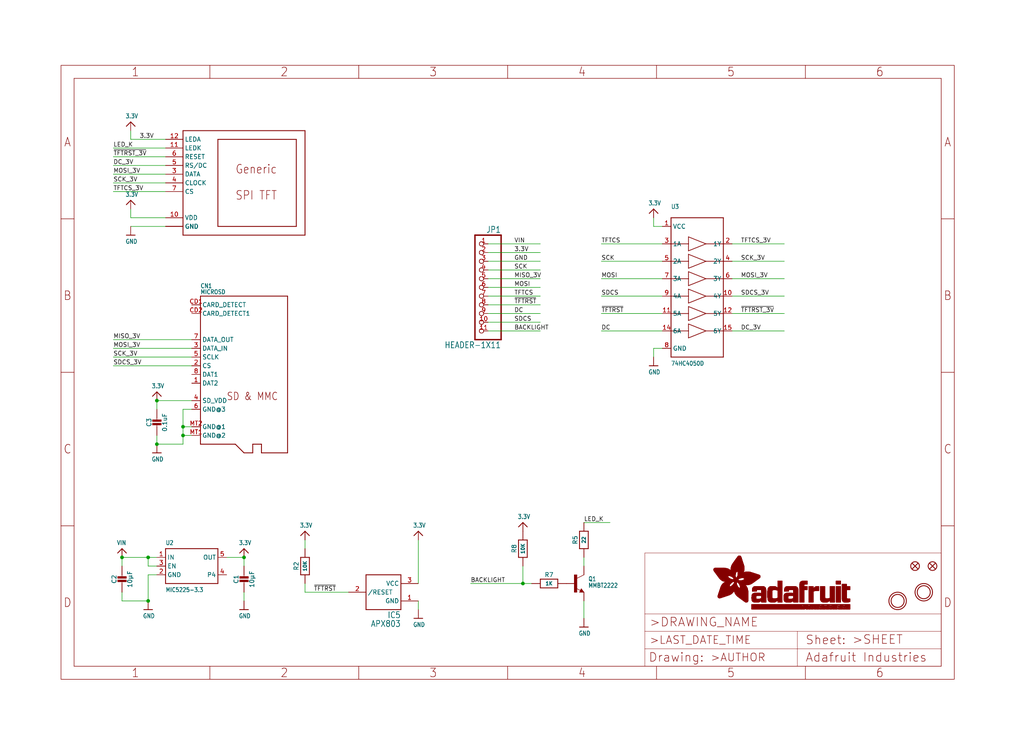
<source format=kicad_sch>
(kicad_sch (version 20211123) (generator eeschema)
  (paper "User" 298.45 217.881)
  (lib_symbols
    (symbol "schematicEagle-eagle-import:3.3V" (power)
      (property "Value" "3.3V" (at -1.524 1.016 0))
      (symbol "3.3V_1_0"
        (pin power_in line (at 0 -2.54 90) (length 2.54) (name "3.3V") (number "1"))
      )
    )
    (symbol "schematicEagle-eagle-import:74HC4050D"
      (property "Reference" "U" (at -7.62 22.86 0))
      (property "Value" "74HC4050D" (at -7.62 -22.86 0))
      (symbol "74HC4050D_1_0"
        (pin bidirectional line (at -10.16 17.78 0) (length 2.54) (name "VCC") (number "1"))
        (pin bidirectional line (at 10.16 -2.54 180) (length 2.54) (name "4Y") (number "10"))
        (pin bidirectional line (at -10.16 -7.62 0) (length 2.54) (name "5A") (number "11"))
        (pin bidirectional line (at 10.16 -7.62 180) (length 2.54) (name "5Y") (number "12"))
        (pin bidirectional line (at -10.16 -12.7 0) (length 2.54) (name "6A") (number "14"))
        (pin bidirectional line (at 10.16 -12.7 180) (length 2.54) (name "6Y") (number "15"))
        (pin bidirectional line (at 10.16 12.7 180) (length 2.54) (name "1Y") (number "2"))
        (pin bidirectional line (at -10.16 12.7 0) (length 2.54) (name "1A") (number "3"))
        (pin bidirectional line (at 10.16 7.62 180) (length 2.54) (name "2Y") (number "4"))
        (pin bidirectional line (at -10.16 7.62 0) (length 2.54) (name "2A") (number "5"))
        (pin bidirectional line (at 10.16 2.54 180) (length 2.54) (name "3Y") (number "6"))
        (pin bidirectional line (at -10.16 2.54 0) (length 2.54) (name "3A") (number "7"))
        (pin bidirectional line (at -10.16 -17.78 0) (length 2.54) (name "GND") (number "8"))
        (pin bidirectional line (at -10.16 -2.54 0) (length 2.54) (name "4A") (number "9"))
      )
    )
    (symbol "schematicEagle-eagle-import:AXP083-SAG"
      (property "Reference" "IC" (at -5.08 -7.62 0))
      (property "Value" "AXP083-SAG" (at -5.08 -10.16 0))
      (symbol "AXP083-SAG_1_0"
        (pin power_in line (at -10.16 -2.54 0) (length 5.08) (name "GND") (number "1"))
        (pin output line (at 10.16 0 180) (length 5.08) (name "/RESET") (number "2"))
        (pin power_in line (at -10.16 2.54 0) (length 5.08) (name "VCC") (number "3"))
      )
    )
    (symbol "schematicEagle-eagle-import:CAP_CERAMIC0805-NOOUTLINE"
      (property "Reference" "C" (at -2.29 1.25 90))
      (property "Value" "CAP_CERAMIC0805-NOOUTLINE" (at 2.3 1.25 90))
      (symbol "CAP_CERAMIC0805-NOOUTLINE_1_0"
        (pin passive line (at 0 5.08 270) (length 2.54) (name "1") (number "1"))
        (pin passive line (at 0 -2.54 90) (length 2.54) (name "2") (number "2"))
      )
    )
    (symbol "schematicEagle-eagle-import:DISP_LCD_GENERIC_SPI_1.14IN_240X135_WRAPUNDER"
      (symbol "DISP_LCD_GENERIC_SPI_1.14IN_240X135_WRAPUNDER_1_0"
        (text "Generic" (at -5.08 2.54 0) (effects (font (size 2.54 2.159)) (justify left bottom)))
        (text "SPI TFT" (at -5.08 -5.08 0) (effects (font (size 2.54 2.159)) (justify left bottom)))
        (pin power_in line (at -25.4 -10.16 0) (length 5.08) (name "VDD") (number "10"))
        (pin input line (at -25.4 10.16 0) (length 5.08) (name "LEDK") (number "11"))
        (pin input line (at -25.4 12.7 0) (length 5.08) (name "LEDA") (number "12"))
        (pin power_in line (at -25.4 -12.7 0) (length 5.08) (name "GND") (number "13"))
        (pin bidirectional line (at -25.4 2.54 0) (length 5.08) (name "DATA") (number "3"))
        (pin input line (at -25.4 0 0) (length 5.08) (name "CLOCK") (number "4"))
        (pin input line (at -25.4 5.08 0) (length 5.08) (name "RS/DC") (number "5"))
        (pin input line (at -25.4 7.62 0) (length 5.08) (name "RESET") (number "6"))
        (pin input line (at -25.4 -2.54 0) (length 5.08) (name "CS") (number "7"))
        (pin power_in line (at -25.4 -12.7 0) (length 5.08) (name "GND") (number "8"))
      )
    )
    (symbol "schematicEagle-eagle-import:FIDUCIAL_1MM")
    (symbol "schematicEagle-eagle-import:FRAME_A4_ADAFRUIT"
      (symbol "FRAME_A4_ADAFRUIT_0_0"
        (text "1" (at 21.6958 1.905 0) (effects (font (size 2.54 2.286))))
        (text "1" (at 21.6958 177.165 0) (effects (font (size 2.54 2.286))))
        (text "2" (at 65.0875 1.905 0) (effects (font (size 2.54 2.286))))
        (text "2" (at 65.0875 177.165 0) (effects (font (size 2.54 2.286))))
        (text "3" (at 108.4792 1.905 0) (effects (font (size 2.54 2.286))))
        (text "3" (at 108.4792 177.165 0) (effects (font (size 2.54 2.286))))
        (text "4" (at 151.8708 1.905 0) (effects (font (size 2.54 2.286))))
        (text "4" (at 151.8708 177.165 0) (effects (font (size 2.54 2.286))))
        (text "5" (at 195.2625 1.905 0) (effects (font (size 2.54 2.286))))
        (text "5" (at 195.2625 177.165 0) (effects (font (size 2.54 2.286))))
        (text "6" (at 238.6542 1.905 0) (effects (font (size 2.54 2.286))))
        (text "6" (at 238.6542 177.165 0) (effects (font (size 2.54 2.286))))
        (text "A" (at 1.905 156.6863 0) (effects (font (size 2.54 2.286))))
        (text "A" (at 258.445 156.6863 0) (effects (font (size 2.54 2.286))))
        (text "B" (at 1.905 111.9188 0) (effects (font (size 2.54 2.286))))
        (text "B" (at 258.445 111.9188 0) (effects (font (size 2.54 2.286))))
        (text "C" (at 1.905 67.1513 0) (effects (font (size 2.54 2.286))))
        (text "C" (at 258.445 67.1513 0) (effects (font (size 2.54 2.286))))
        (text "D" (at 1.905 22.3838 0) (effects (font (size 2.54 2.286))))
        (text "D" (at 258.445 22.3838 0) (effects (font (size 2.54 2.286))))
      )
      (symbol "FRAME_A4_ADAFRUIT_1_0"
        (text ">AUTHOR" (at 189.23 5.08 0) (effects (font (size 2.286 2.286)) (justify left bottom)))
        (text ">DRAWING_NAME" (at 171.45 15.24 0) (effects (font (size 2.54 2.54)) (justify left bottom)))
        (text ">LAST_DATE_TIME" (at 171.45 10.16 0) (effects (font (size 2.286 2.286)) (justify left bottom)))
        (text ">SHEET" (at 230.505 10.16 0) (effects (font (size 2.54 2.54)) (justify left bottom)))
        (text "Adafruit Industries" (at 216.916 4.953 0) (effects (font (size 2.54 2.54)) (justify left bottom)))
        (text "Drawing:" (at 171.196 4.953 0) (effects (font (size 2.54 2.54)) (justify left bottom)))
        (text "Sheet:" (at 216.916 10.033 0) (effects (font (size 2.54 2.54)) (justify left bottom)))
      )
    )
    (symbol "schematicEagle-eagle-import:GND" (power)
      (property "Value" "GND" (at -1.524 -2.54 0))
      (symbol "GND_1_0"
        (pin power_in line (at 0 2.54 270) (length 2.54) (name "GND") (number "1"))
      )
    )
    (symbol "schematicEagle-eagle-import:HEADER-1X11"
      (property "Reference" "JP" (at -6.35 15.875 0))
      (property "Value" "HEADER-1X11" (at -6.35 -17.78 0))
      (symbol "HEADER-1X11_1_0"
        (pin passive inverted (at -2.54 12.7 0) (length 2.54) (name "1") (number "1"))
        (pin passive inverted (at -2.54 -10.16 0) (length 2.54) (name "10") (number "10"))
        (pin passive inverted (at -2.54 -12.7 0) (length 2.54) (name "11") (number "11"))
        (pin passive inverted (at -2.54 10.16 0) (length 2.54) (name "2") (number "2"))
        (pin passive inverted (at -2.54 7.62 0) (length 2.54) (name "3") (number "3"))
        (pin passive inverted (at -2.54 5.08 0) (length 2.54) (name "4") (number "4"))
        (pin passive inverted (at -2.54 2.54 0) (length 2.54) (name "5") (number "5"))
        (pin passive inverted (at -2.54 0 0) (length 2.54) (name "6") (number "6"))
        (pin passive inverted (at -2.54 -2.54 0) (length 2.54) (name "7") (number "7"))
        (pin passive inverted (at -2.54 -5.08 0) (length 2.54) (name "8") (number "8"))
        (pin passive inverted (at -2.54 -7.62 0) (length 2.54) (name "9") (number "9"))
      )
    )
    (symbol "schematicEagle-eagle-import:MICROSD"
      (property "Reference" "X" (at -12.7 22.606 0))
      (property "Value" "MICROSD" (at -12.7 20.828 0))
      (symbol "MICROSD_1_0"
        (text "SD & MMC" (at -5.08 -10.16 0) (effects (font (size 2.1844 1.8567)) (justify left bottom)))
        (pin bidirectional line (at -15.24 -5.08 0) (length 2.54) (name "DAT2") (number "1"))
        (pin input line (at -15.24 0 0) (length 2.54) (name "CS") (number "2"))
        (pin input line (at -15.24 5.08 0) (length 2.54) (name "DATA_IN") (number "3"))
        (pin power_in line (at -15.24 -10.16 0) (length 2.54) (name "SD_VDD") (number "4"))
        (pin input line (at -15.24 2.54 0) (length 2.54) (name "SCLK") (number "5"))
        (pin power_in line (at -15.24 -12.7 0) (length 2.54) (name "GND@3") (number "6"))
        (pin output line (at -15.24 7.62 0) (length 2.54) (name "DATA_OUT") (number "7"))
        (pin bidirectional line (at -15.24 -2.54 0) (length 2.54) (name "DAT1") (number "8"))
        (pin passive line (at -15.24 17.78 0) (length 2.54) (name "CARD_DETECT") (number "CD1"))
        (pin passive line (at -15.24 15.24 0) (length 2.54) (name "CARD_DETECT1") (number "CD2"))
        (pin power_in line (at -15.24 -20.32 0) (length 2.54) (name "GND@2") (number "MT1"))
        (pin power_in line (at -15.24 -17.78 0) (length 2.54) (name "GND@1") (number "MT2"))
      )
    )
    (symbol "schematicEagle-eagle-import:MOUNTINGHOLE2.5")
    (symbol "schematicEagle-eagle-import:RESISTOR_0603_NOOUT"
      (property "Reference" "R" (at 0 2.54 0))
      (property "Value" "RESISTOR_0603_NOOUT" (at 0 0 0))
      (symbol "RESISTOR_0603_NOOUT_1_0"
        (pin passive line (at -5.08 0 0) (length 2.54) (name "1") (number "1"))
        (pin passive line (at 5.08 0 180) (length 2.54) (name "2") (number "2"))
      )
    )
    (symbol "schematicEagle-eagle-import:TRANSISTOR_NPNWIDE"
      (property "Reference" "Q" (at 1.27 0.635 0))
      (property "Value" "TRANSISTOR_NPNWIDE" (at 1.27 -1.27 0))
      (symbol "TRANSISTOR_NPNWIDE_1_0"
        (pin passive line (at -5.08 0 0) (length 2.54) (name "B") (number "1"))
        (pin passive line (at 0 -5.08 90) (length 2.54) (name "E") (number "2"))
        (pin passive line (at 0 5.08 270) (length 2.54) (name "C") (number "3"))
      )
    )
    (symbol "schematicEagle-eagle-import:VIN" (power)
      (property "Value" "VIN" (at -1.524 1.016 0))
      (symbol "VIN_1_0"
        (pin power_in line (at 0 -2.54 90) (length 2.54) (name "VIN") (number "1"))
      )
    )
    (symbol "schematicEagle-eagle-import:VREG_SOT23-5"
      (property "Reference" "U" (at -7.62 6.096 0))
      (property "Value" "VREG_SOT23-5" (at -7.62 -7.62 0))
      (symbol "VREG_SOT23-5_1_0"
        (pin power_in line (at -10.16 2.54 0) (length 2.54) (name "IN") (number "1"))
        (pin power_in line (at -10.16 -2.54 0) (length 2.54) (name "GND") (number "2"))
        (pin input line (at -10.16 0 0) (length 2.54) (name "EN") (number "3"))
        (pin bidirectional line (at 10.16 -2.54 180) (length 2.54) (name "P4") (number "4"))
        (pin power_in line (at 10.16 2.54 180) (length 2.54) (name "OUT") (number "5"))
      )
    )
  )
  (junction (at 71.12 162.56))
  (junction (at 53.34 127))
  (junction (at 53.34 124.46))
  (junction (at 43.18 175.26))
  (junction (at 45.72 129.54))
  (junction (at 43.18 162.56))
  (junction (at 152.4 170.18))
  (junction (at 45.72 116.84))
  (junction (at 35.56 162.56))
  (wire (pts (xy 71.12 162.56) (xy 71.12 165.1)))
  (wire (pts (xy 38.1 66.04) (xy 48.26 66.04)))
  (wire (pts (xy 152.4 165.1) (xy 152.4 170.18)))
  (wire (pts (xy 43.18 165.1) (xy 43.18 162.56)))
  (wire (pts (xy 170.18 162.56) (xy 170.18 165.1)))
  (wire (pts (xy 121.92 170.18) (xy 121.92 157.48)))
  (wire (pts (xy 45.72 165.1) (xy 43.18 165.1)))
  (wire (pts (xy 53.34 119.38) (xy 53.34 124.46)))
  (wire (pts (xy 193.04 86.36) (xy 175.26 86.36)))
  (wire (pts (xy 45.72 162.56) (xy 43.18 162.56)))
  (wire (pts (xy 193.04 76.2) (xy 175.26 76.2)))
  (wire (pts (xy 170.18 175.26) (xy 170.18 180.34)))
  (wire (pts (xy 48.26 40.64) (xy 38.1 40.64)))
  (wire (pts (xy 142.24 71.12) (xy 157.48 71.12)))
  (wire (pts (xy 55.88 124.46) (xy 53.34 124.46)))
  (wire (pts (xy 213.36 96.52) (xy 228.6 96.52)))
  (wire (pts (xy 142.24 78.74) (xy 157.48 78.74)))
  (wire (pts (xy 213.36 81.28) (xy 228.6 81.28)))
  (wire (pts (xy 55.88 119.38) (xy 53.34 119.38)))
  (wire (pts (xy 55.88 127) (xy 53.34 127)))
  (wire (pts (xy 157.48 81.28) (xy 142.24 81.28)))
  (wire (pts (xy 66.04 162.56) (xy 71.12 162.56)))
  (wire (pts (xy 101.6 172.72) (xy 88.9 172.72)))
  (wire (pts (xy 55.88 106.68) (xy 33.02 106.68)))
  (wire (pts (xy 193.04 81.28) (xy 175.26 81.28)))
  (wire (pts (xy 35.56 172.72) (xy 35.56 175.26)))
  (wire (pts (xy 142.24 73.66) (xy 157.48 73.66)))
  (wire (pts (xy 45.72 167.64) (xy 43.18 167.64)))
  (wire (pts (xy 48.26 45.72) (xy 33.02 45.72)))
  (wire (pts (xy 157.48 96.52) (xy 142.24 96.52)))
  (wire (pts (xy 177.8 152.4) (xy 170.18 152.4)))
  (wire (pts (xy 35.56 165.1) (xy 35.56 162.56)))
  (wire (pts (xy 142.24 83.82) (xy 157.48 83.82)))
  (wire (pts (xy 193.04 96.52) (xy 175.26 96.52)))
  (wire (pts (xy 121.92 175.26) (xy 121.92 177.8)))
  (wire (pts (xy 142.24 88.9) (xy 157.48 88.9)))
  (wire (pts (xy 228.6 71.12) (xy 213.36 71.12)))
  (wire (pts (xy 48.26 48.26) (xy 33.02 48.26)))
  (wire (pts (xy 38.1 40.64) (xy 38.1 38.1)))
  (wire (pts (xy 213.36 86.36) (xy 228.6 86.36)))
  (wire (pts (xy 53.34 124.46) (xy 53.34 127)))
  (wire (pts (xy 152.4 170.18) (xy 137.16 170.18)))
  (wire (pts (xy 88.9 160.02) (xy 88.9 157.48)))
  (wire (pts (xy 193.04 71.12) (xy 175.26 71.12)))
  (wire (pts (xy 193.04 91.44) (xy 175.26 91.44)))
  (wire (pts (xy 48.26 53.34) (xy 33.02 53.34)))
  (wire (pts (xy 157.48 91.44) (xy 142.24 91.44)))
  (wire (pts (xy 35.56 175.26) (xy 43.18 175.26)))
  (wire (pts (xy 45.72 116.84) (xy 45.72 119.38)))
  (wire (pts (xy 213.36 91.44) (xy 228.6 91.44)))
  (wire (pts (xy 157.48 86.36) (xy 142.24 86.36)))
  (wire (pts (xy 190.5 101.6) (xy 190.5 104.14)))
  (wire (pts (xy 43.18 167.64) (xy 43.18 175.26)))
  (wire (pts (xy 55.88 104.14) (xy 33.02 104.14)))
  (wire (pts (xy 213.36 76.2) (xy 228.6 76.2)))
  (wire (pts (xy 53.34 127) (xy 53.34 129.54)))
  (wire (pts (xy 48.26 43.18) (xy 33.02 43.18)))
  (wire (pts (xy 71.12 172.72) (xy 71.12 175.26)))
  (wire (pts (xy 154.94 170.18) (xy 152.4 170.18)))
  (wire (pts (xy 48.26 63.5) (xy 38.1 63.5)))
  (wire (pts (xy 142.24 93.98) (xy 157.48 93.98)))
  (wire (pts (xy 190.5 66.04) (xy 193.04 66.04)))
  (wire (pts (xy 45.72 127) (xy 45.72 129.54)))
  (wire (pts (xy 88.9 172.72) (xy 88.9 170.18)))
  (wire (pts (xy 190.5 63.5) (xy 190.5 66.04)))
  (wire (pts (xy 33.02 55.88) (xy 48.26 55.88)))
  (wire (pts (xy 33.02 50.8) (xy 48.26 50.8)))
  (wire (pts (xy 142.24 76.2) (xy 157.48 76.2)))
  (wire (pts (xy 53.34 129.54) (xy 45.72 129.54)))
  (wire (pts (xy 55.88 101.6) (xy 33.02 101.6)))
  (wire (pts (xy 55.88 116.84) (xy 45.72 116.84)))
  (wire (pts (xy 193.04 101.6) (xy 190.5 101.6)))
  (wire (pts (xy 55.88 99.06) (xy 33.02 99.06)))
  (wire (pts (xy 38.1 60.96) (xy 38.1 63.5)))
  (wire (pts (xy 43.18 162.56) (xy 35.56 162.56)))
  (label "MISO_3V" (at 149.86 81.28 0) (effects (font (size 1.2446 1.2446))))
  (label "DC_3V" (at 215.9 96.52 0) (effects (font (size 1.2446 1.2446))))
  (label "SDCS_3V" (at 33.02 106.68 0) (effects (font (size 1.2446 1.2446))))
  (label "SDCS" (at 149.86 93.98 0) (effects (font (size 1.2446 1.2446))))
  (label "~{TFTRST}" (at 149.86 88.9 0) (effects (font (size 1.2446 1.2446))))
  (label "DC_3V" (at 33.02 48.26 0) (effects (font (size 1.2446 1.2446))))
  (label "SDCS_3V" (at 215.9 86.36 0) (effects (font (size 1.2446 1.2446))))
  (label "SCK" (at 175.26 76.2 0) (effects (font (size 1.2446 1.2446))))
  (label "VIN" (at 149.86 71.12 0) (effects (font (size 1.2446 1.2446))))
  (label "LED_K" (at 33.02 43.18 0) (effects (font (size 1.2446 1.2446))))
  (label "TFTCS" (at 175.26 71.12 0) (effects (font (size 1.2446 1.2446))))
  (label "MOSI_3V" (at 33.02 50.8 0) (effects (font (size 1.2446 1.2446))))
  (label "LED_K" (at 170.18 152.4 0) (effects (font (size 1.2446 1.2446))))
  (label "~{TFTRST_3V}" (at 33.02 45.72 0) (effects (font (size 1.2446 1.2446))))
  (label "DC" (at 175.26 96.52 0) (effects (font (size 1.2446 1.2446))))
  (label "MOSI" (at 175.26 81.28 0) (effects (font (size 1.2446 1.2446))))
  (label "MOSI_3V" (at 33.02 101.6 0) (effects (font (size 1.2446 1.2446))))
  (label "MOSI" (at 149.86 83.82 0) (effects (font (size 1.2446 1.2446))))
  (label "BACKLIGHT" (at 149.86 96.52 0) (effects (font (size 1.2446 1.2446))))
  (label "SCK_3V" (at 33.02 53.34 0) (effects (font (size 1.2446 1.2446))))
  (label "GND" (at 149.86 76.2 0) (effects (font (size 1.2446 1.2446))))
  (label "BACKLIGHT" (at 137.16 170.18 0) (effects (font (size 1.2446 1.2446))))
  (label "SDCS" (at 175.26 86.36 0) (effects (font (size 1.2446 1.2446))))
  (label "SCK_3V" (at 215.9 76.2 0) (effects (font (size 1.2446 1.2446))))
  (label "~{TFTRST}" (at 175.26 91.44 0) (effects (font (size 1.2446 1.2446))))
  (label "TFTCS_3V" (at 215.9 71.12 0) (effects (font (size 1.2446 1.2446))))
  (label "~{TFTRST_3V}" (at 215.9 91.44 0) (effects (font (size 1.2446 1.2446))))
  (label "DC" (at 149.86 91.44 0) (effects (font (size 1.2446 1.2446))))
  (label "TFTCS" (at 149.86 86.36 0) (effects (font (size 1.2446 1.2446))))
  (label "3.3V" (at 149.86 73.66 0) (effects (font (size 1.2446 1.2446))))
  (label "SCK" (at 149.86 78.74 0) (effects (font (size 1.2446 1.2446))))
  (label "3.3V" (at 40.64 40.64 0) (effects (font (size 1.2446 1.2446))))
  (label "~{TFTRST}" (at 91.44 172.72 0) (effects (font (size 1.2446 1.2446))))
  (label "MISO_3V" (at 33.02 99.06 0) (effects (font (size 1.2446 1.2446))))
  (label "SCK_3V" (at 33.02 104.14 0) (effects (font (size 1.2446 1.2446))))
  (label "TFTCS_3V" (at 33.02 55.88 0) (effects (font (size 1.2446 1.2446))))
  (label "MOSI_3V" (at 215.9 81.28 0) (effects (font (size 1.2446 1.2446))))
  (symbol (lib_id "schematicEagle-eagle-import:3.3V") (at 88.9 154.94 0) (unit 1)
    (property "Reference" "#U$21" (effects hide))
    (property "Value" "3.3V" (at 87.376 153.924 0) (effects (font (size 1.27 1.0795)) (justify left bottom)))
    (property "Footprint" "schematicEagle:" (effects hide))
  )
  (symbol (lib_id "schematicEagle-eagle-import:DISP_LCD_GENERIC_SPI_1.14IN_240X135_WRAPUNDER") (at 73.66 53.34 0) (unit 1)
    (property "Reference" "DISP1" (effects hide))
    (property "Value" "DISP_LCD_GENERIC_SPI_1.14IN_240X135_WRAPUNDER" (effects hide))
    (property "Footprint" "schematicEagle:TFT_1.14IN_240X135_WRAPUNDER" (effects hide))
  )
  (symbol (lib_id "schematicEagle-eagle-import:3.3V") (at 71.12 160.02 0) (unit 1)
    (property "Reference" "#U$26" (effects hide))
    (property "Value" "3.3V" (at 69.596 159.004 0) (effects (font (size 1.27 1.0795)) (justify left bottom)))
    (property "Footprint" "schematicEagle:" (effects hide))
  )
  (symbol (lib_id "schematicEagle-eagle-import:FIDUCIAL_1MM") (at 271.78 165.1 0) (unit 1)
    (property "Reference" "FID1" (effects hide))
    (property "Value" "FIDUCIAL_1MM" (effects hide))
    (property "Footprint" "schematicEagle:FIDUCIAL_1MM" (effects hide))
  )
  (symbol (lib_id "schematicEagle-eagle-import:MICROSD") (at 71.12 106.68 0) (unit 1)
    (property "Reference" "CN1" (at 58.42 84.074 0) (effects (font (size 1.27 1.0795)) (justify left bottom)))
    (property "Value" "MICROSD" (at 58.42 85.852 0) (effects (font (size 1.27 1.0795)) (justify left bottom)))
    (property "Footprint" "schematicEagle:MICROSD" (effects hide))
  )
  (symbol (lib_id "schematicEagle-eagle-import:FIDUCIAL_1MM") (at 266.7 165.1 0) (unit 1)
    (property "Reference" "FID2" (effects hide))
    (property "Value" "FIDUCIAL_1MM" (effects hide))
    (property "Footprint" "schematicEagle:FIDUCIAL_1MM" (effects hide))
  )
  (symbol (lib_id "schematicEagle-eagle-import:CAP_CERAMIC0805-NOOUTLINE") (at 71.12 170.18 0) (unit 1)
    (property "Reference" "C1" (at 68.83 168.93 90))
    (property "Value" "10µF" (at 73.42 168.93 90))
    (property "Footprint" "schematicEagle:0805-NO" (effects hide))
  )
  (symbol (lib_id "schematicEagle-eagle-import:CAP_CERAMIC0805-NOOUTLINE") (at 35.56 170.18 0) (unit 1)
    (property "Reference" "C2" (at 33.27 168.93 90))
    (property "Value" "10µF" (at 37.86 168.93 90))
    (property "Footprint" "schematicEagle:0805-NO" (effects hide))
  )
  (symbol (lib_id "schematicEagle-eagle-import:74HC4050D") (at 203.2 83.82 0) (unit 1)
    (property "Reference" "U3" (at 195.58 60.96 0) (effects (font (size 1.27 1.0795)) (justify left bottom)))
    (property "Value" "74HC4050D" (at 195.58 106.68 0) (effects (font (size 1.27 1.0795)) (justify left bottom)))
    (property "Footprint" "schematicEagle:SOIC16" (effects hide))
  )
  (symbol (lib_id "schematicEagle-eagle-import:3.3V") (at 121.92 154.94 0) (unit 1)
    (property "Reference" "#U$31" (effects hide))
    (property "Value" "3.3V" (at 120.396 153.924 0) (effects (font (size 1.27 1.0795)) (justify left bottom)))
    (property "Footprint" "schematicEagle:" (effects hide))
  )
  (symbol (lib_id "schematicEagle-eagle-import:CAP_CERAMIC0805-NOOUTLINE") (at 45.72 124.46 0) (unit 1)
    (property "Reference" "C3" (at 43.43 123.21 90))
    (property "Value" "0.1uF" (at 48.02 123.21 90))
    (property "Footprint" "schematicEagle:0805-NO" (effects hide))
  )
  (symbol (lib_id "schematicEagle-eagle-import:RESISTOR_0603_NOOUT") (at 152.4 160.02 90) (unit 1)
    (property "Reference" "R8" (at 149.86 160.02 0))
    (property "Value" "10K" (at 152.4 160.02 0) (effects (font (size 1.016 1.016) bold)))
    (property "Footprint" "schematicEagle:0603-NO" (effects hide))
  )
  (symbol (lib_id "schematicEagle-eagle-import:TRANSISTOR_NPNWIDE") (at 170.18 170.18 0) (unit 1)
    (property "Reference" "Q1" (at 171.45 169.545 0) (effects (font (size 1.27 1.0795)) (justify left bottom)))
    (property "Value" "MMBT2222" (at 171.45 171.45 0) (effects (font (size 1.27 1.0795)) (justify left bottom)))
    (property "Footprint" "schematicEagle:SOT23-WIDE" (effects hide))
  )
  (symbol (lib_id "schematicEagle-eagle-import:RESISTOR_0603_NOOUT") (at 88.9 165.1 90) (unit 1)
    (property "Reference" "R2" (at 86.36 165.1 0))
    (property "Value" "10K" (at 88.9 165.1 0) (effects (font (size 1.016 1.016) bold)))
    (property "Footprint" "schematicEagle:0603-NO" (effects hide))
  )
  (symbol (lib_id "schematicEagle-eagle-import:GND") (at 71.12 177.8 0) (unit 1)
    (property "Reference" "#U$27" (effects hide))
    (property "Value" "GND" (at 69.596 180.34 0) (effects (font (size 1.27 1.0795)) (justify left bottom)))
    (property "Footprint" "schematicEagle:" (effects hide))
  )
  (symbol (lib_id "schematicEagle-eagle-import:GND") (at 38.1 68.58 0) (unit 1)
    (property "Reference" "#U$5" (effects hide))
    (property "Value" "GND" (at 36.576 71.12 0) (effects (font (size 1.27 1.0795)) (justify left bottom)))
    (property "Footprint" "schematicEagle:" (effects hide))
  )
  (symbol (lib_id "schematicEagle-eagle-import:GND") (at 121.92 180.34 0) (unit 1)
    (property "Reference" "#U$17" (effects hide))
    (property "Value" "GND" (at 120.396 182.88 0) (effects (font (size 1.27 1.0795)) (justify left bottom)))
    (property "Footprint" "schematicEagle:" (effects hide))
  )
  (symbol (lib_id "schematicEagle-eagle-import:3.3V") (at 45.72 114.3 0) (unit 1)
    (property "Reference" "#U$20" (effects hide))
    (property "Value" "3.3V" (at 44.196 113.284 0) (effects (font (size 1.27 1.0795)) (justify left bottom)))
    (property "Footprint" "schematicEagle:" (effects hide))
  )
  (symbol (lib_id "schematicEagle-eagle-import:VREG_SOT23-5") (at 55.88 165.1 0) (unit 1)
    (property "Reference" "U2" (at 48.26 159.004 0) (effects (font (size 1.27 1.0795)) (justify left bottom)))
    (property "Value" "MIC5225-3.3" (at 48.26 172.72 0) (effects (font (size 1.27 1.0795)) (justify left bottom)))
    (property "Footprint" "schematicEagle:SOT23-5" (effects hide))
  )
  (symbol (lib_id "schematicEagle-eagle-import:3.3V") (at 38.1 35.56 0) (unit 1)
    (property "Reference" "#U$15" (effects hide))
    (property "Value" "3.3V" (at 36.576 34.544 0) (effects (font (size 1.27 1.0795)) (justify left bottom)))
    (property "Footprint" "schematicEagle:" (effects hide))
  )
  (symbol (lib_id "schematicEagle-eagle-import:AXP083-SAG") (at 111.76 172.72 0) (mirror y) (unit 1)
    (property "Reference" "IC5" (at 116.84 180.34 0) (effects (font (size 1.778 1.5113)) (justify left bottom)))
    (property "Value" "APX803" (at 116.84 182.88 0) (effects (font (size 1.778 1.5113)) (justify left bottom)))
    (property "Footprint" "schematicEagle:SOT23" (effects hide))
  )
  (symbol (lib_id "schematicEagle-eagle-import:RESISTOR_0603_NOOUT") (at 170.18 157.48 90) (unit 1)
    (property "Reference" "R5" (at 167.64 157.48 0))
    (property "Value" "22" (at 170.18 157.48 0) (effects (font (size 1.016 1.016) bold)))
    (property "Footprint" "schematicEagle:0603-NO" (effects hide))
  )
  (symbol (lib_id "schematicEagle-eagle-import:GND") (at 45.72 132.08 0) (unit 1)
    (property "Reference" "#U$22" (effects hide))
    (property "Value" "GND" (at 44.196 134.62 0) (effects (font (size 1.27 1.0795)) (justify left bottom)))
    (property "Footprint" "schematicEagle:" (effects hide))
  )
  (symbol (lib_id "schematicEagle-eagle-import:GND") (at 170.18 182.88 0) (unit 1)
    (property "Reference" "#U$29" (effects hide))
    (property "Value" "GND" (at 168.656 185.42 0) (effects (font (size 1.27 1.0795)) (justify left bottom)))
    (property "Footprint" "schematicEagle:" (effects hide))
  )
  (symbol (lib_id "schematicEagle-eagle-import:FRAME_A4_ADAFRUIT") (at 17.78 198.12 0) (unit 1)
    (property "Reference" "#U$1" (effects hide))
    (property "Value" "FRAME_A4_ADAFRUIT" (effects hide))
    (property "Footprint" "schematicEagle:" (effects hide))
  )
  (symbol (lib_id "schematicEagle-eagle-import:GND") (at 190.5 106.68 0) (unit 1)
    (property "Reference" "#U$8" (effects hide))
    (property "Value" "GND" (at 188.976 109.22 0) (effects (font (size 1.27 1.0795)) (justify left bottom)))
    (property "Footprint" "schematicEagle:" (effects hide))
  )
  (symbol (lib_id "schematicEagle-eagle-import:VIN") (at 35.56 160.02 0) (unit 1)
    (property "Reference" "#U$28" (effects hide))
    (property "Value" "VIN" (at 34.036 159.004 0) (effects (font (size 1.27 1.0795)) (justify left bottom)))
    (property "Footprint" "schematicEagle:" (effects hide))
  )
  (symbol (lib_id "schematicEagle-eagle-import:RESISTOR_0603_NOOUT") (at 160.02 170.18 0) (unit 1)
    (property "Reference" "R7" (at 160.02 167.64 0))
    (property "Value" "1K" (at 160.02 170.18 0) (effects (font (size 1.016 1.016) bold)))
    (property "Footprint" "schematicEagle:0603-NO" (effects hide))
  )
  (symbol (lib_id "schematicEagle-eagle-import:MOUNTINGHOLE2.5") (at 269.24 172.72 0) (unit 1)
    (property "Reference" "U$9" (effects hide))
    (property "Value" "MOUNTINGHOLE2.5" (effects hide))
    (property "Footprint" "schematicEagle:MOUNTINGHOLE_2.5_PLATED" (effects hide))
  )
  (symbol (lib_id "schematicEagle-eagle-import:3.3V") (at 152.4 152.4 0) (unit 1)
    (property "Reference" "#U$30" (effects hide))
    (property "Value" "3.3V" (at 150.876 151.384 0) (effects (font (size 1.27 1.0795)) (justify left bottom)))
    (property "Footprint" "schematicEagle:" (effects hide))
  )
  (symbol (lib_id "schematicEagle-eagle-import:3.3V") (at 38.1 58.42 0) (unit 1)
    (property "Reference" "#U$13" (effects hide))
    (property "Value" "3.3V" (at 36.576 57.404 0) (effects (font (size 1.27 1.0795)) (justify left bottom)))
    (property "Footprint" "schematicEagle:" (effects hide))
  )
  (symbol (lib_id "schematicEagle-eagle-import:GND") (at 43.18 177.8 0) (unit 1)
    (property "Reference" "#U$25" (effects hide))
    (property "Value" "GND" (at 41.656 180.34 0) (effects (font (size 1.27 1.0795)) (justify left bottom)))
    (property "Footprint" "schematicEagle:" (effects hide))
  )
  (symbol (lib_id "schematicEagle-eagle-import:MOUNTINGHOLE2.5") (at 261.62 175.26 0) (unit 1)
    (property "Reference" "U$10" (effects hide))
    (property "Value" "MOUNTINGHOLE2.5" (effects hide))
    (property "Footprint" "schematicEagle:MOUNTINGHOLE_2.5_PLATED" (effects hide))
  )
  (symbol (lib_id "schematicEagle-eagle-import:3.3V") (at 190.5 60.96 0) (unit 1)
    (property "Reference" "#U$12" (effects hide))
    (property "Value" "3.3V" (at 188.976 59.944 0) (effects (font (size 1.27 1.0795)) (justify left bottom)))
    (property "Footprint" "schematicEagle:" (effects hide))
  )
  (symbol (lib_id "schematicEagle-eagle-import:HEADER-1X11") (at 139.7 83.82 0) (mirror y) (unit 1)
    (property "Reference" "JP1" (at 146.05 67.945 0) (effects (font (size 1.778 1.5113)) (justify left bottom)))
    (property "Value" "HEADER-1X11" (at 146.05 101.6 0) (effects (font (size 1.778 1.5113)) (justify left bottom)))
    (property "Footprint" "schematicEagle:1X11_ROUND" (effects hide))
  )
)
</source>
